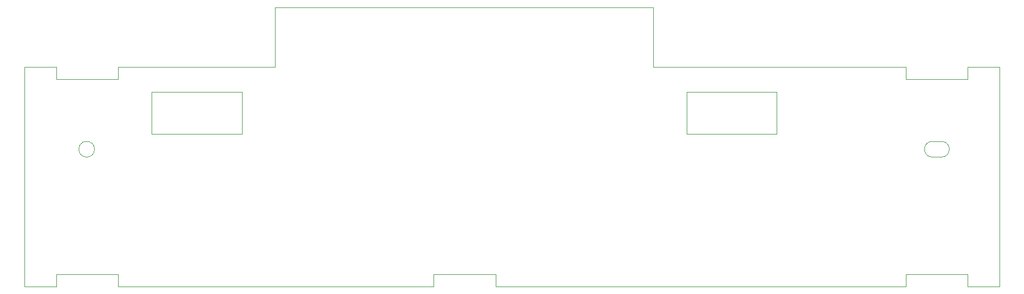
<source format=gbr>
G04 #@! TF.FileFunction,Profile,NP*
%FSLAX46Y46*%
G04 Gerber Fmt 4.6, Leading zero omitted, Abs format (unit mm)*
G04 Created by KiCad (PCBNEW 4.0.6) date 05/08/17 22:23:47*
%MOMM*%
%LPD*%
G01*
G04 APERTURE LIST*
%ADD10C,0.100000*%
G04 APERTURE END LIST*
D10*
X229093228Y-119045498D02*
X238926323Y-119045498D01*
X229093228Y-119045498D02*
X229093228Y-121000682D01*
X238926323Y-119045498D02*
X238926323Y-121000682D01*
X153945165Y-119045498D02*
X163778260Y-119045498D01*
X153945165Y-119045498D02*
X153945165Y-121000682D01*
X188876685Y-85986593D02*
X229093228Y-85986593D01*
X103714416Y-85986593D02*
X128678486Y-85986593D01*
X88835473Y-85986593D02*
X93881321Y-85986593D01*
X194173927Y-96692914D02*
X194173927Y-89955959D01*
X194173927Y-89955959D02*
X208548357Y-89955959D01*
X208548357Y-96692914D02*
X208548357Y-89955959D01*
X194173927Y-96692914D02*
X208548357Y-96692914D01*
X109049691Y-96692914D02*
X109049691Y-89955959D01*
X109049691Y-89955959D02*
X123424121Y-89955959D01*
X123424121Y-96692914D02*
X123424121Y-89955959D01*
X109049691Y-96692914D02*
X123424121Y-96692914D01*
X99952662Y-99111244D02*
G75*
G03X99952662Y-99111244I-1250000J0D01*
G01*
X128678486Y-85986593D02*
X128678486Y-76496683D01*
X188876685Y-85986593D02*
X188876685Y-76496683D01*
X238926323Y-87941778D02*
X238926323Y-85986593D01*
X229093228Y-87941778D02*
X238926323Y-87941778D01*
X229093228Y-85986593D02*
X229093228Y-87941778D01*
X103714416Y-87941778D02*
X103714416Y-85986593D01*
X93881321Y-87941778D02*
X93881321Y-85986593D01*
X93881321Y-87941778D02*
X103714416Y-87941778D01*
X103714416Y-119045498D02*
X103714416Y-121000682D01*
X93881321Y-119045498D02*
X93881321Y-121000682D01*
X93881321Y-119045498D02*
X103714416Y-119045498D01*
X88835473Y-85986593D02*
X88835473Y-121000682D01*
X243972171Y-85986593D02*
X243972171Y-121000682D01*
X238926323Y-85986593D02*
X243972171Y-85986593D01*
X233298879Y-100361244D02*
G75*
G02X233298879Y-97861244I0J1250000D01*
G01*
X234751178Y-97861244D02*
G75*
G02X234751178Y-100361244I0J-1250000D01*
G01*
X233298879Y-97861244D02*
X234751178Y-97861244D01*
X233298879Y-100361244D02*
X234751178Y-100361244D01*
X238926323Y-121000682D02*
X243972171Y-121000682D01*
X163778260Y-121000682D02*
X229093228Y-121000682D01*
X103714416Y-121000682D02*
X153945165Y-121000682D01*
X88835473Y-121000682D02*
X93881321Y-121000682D01*
X128678486Y-76496683D02*
X188876685Y-76496683D01*
X163778260Y-119045498D02*
X163778260Y-121000682D01*
M02*

</source>
